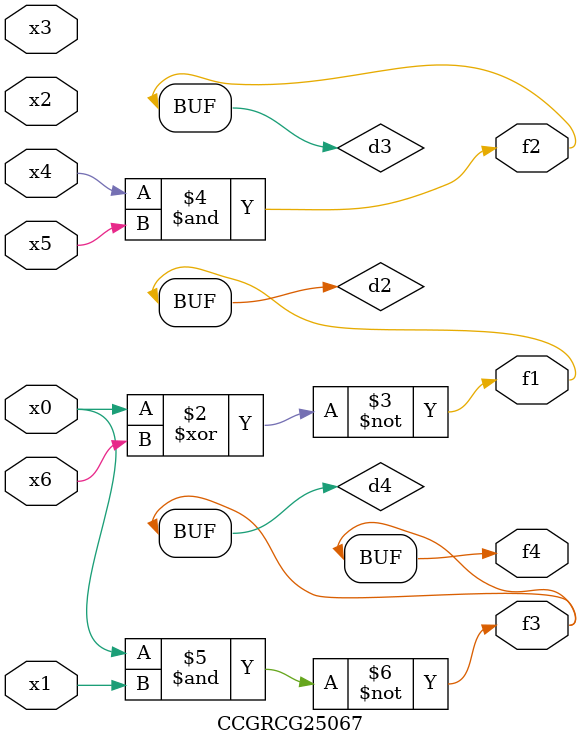
<source format=v>
module CCGRCG25067(
	input x0, x1, x2, x3, x4, x5, x6,
	output f1, f2, f3, f4
);

	wire d1, d2, d3, d4;

	nor (d1, x0);
	xnor (d2, x0, x6);
	and (d3, x4, x5);
	nand (d4, x0, x1);
	assign f1 = d2;
	assign f2 = d3;
	assign f3 = d4;
	assign f4 = d4;
endmodule

</source>
